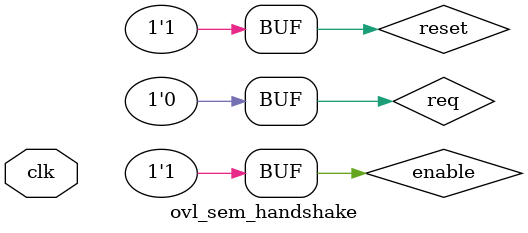
<source format=sv>
module ovl_sem_handshake(input logic clk);
  logic reset = 1'b1;
  logic enable = 1'b1;
  logic req = 1'b0;
  logic ack = 1'b0;
  logic [2:0] cycles = 3'd0;

  always_ff @(posedge clk) begin
    cycles <= cycles + 3'd1;
`ifdef FAIL
    case (cycles)
      3'd1: ack <= 1'b1;
      3'd2: ack <= 1'b0;
      default: ack <= 1'b0;
    endcase
`else
    ack <= 1'b0;
`endif
  end

  ovl_handshake #(
      .min_ack_cycle(1)) dut (
      .clock(clk),
      .reset(reset),
      .enable(enable),
      .req(req),
      .ack(ack),
      .fire());
endmodule

</source>
